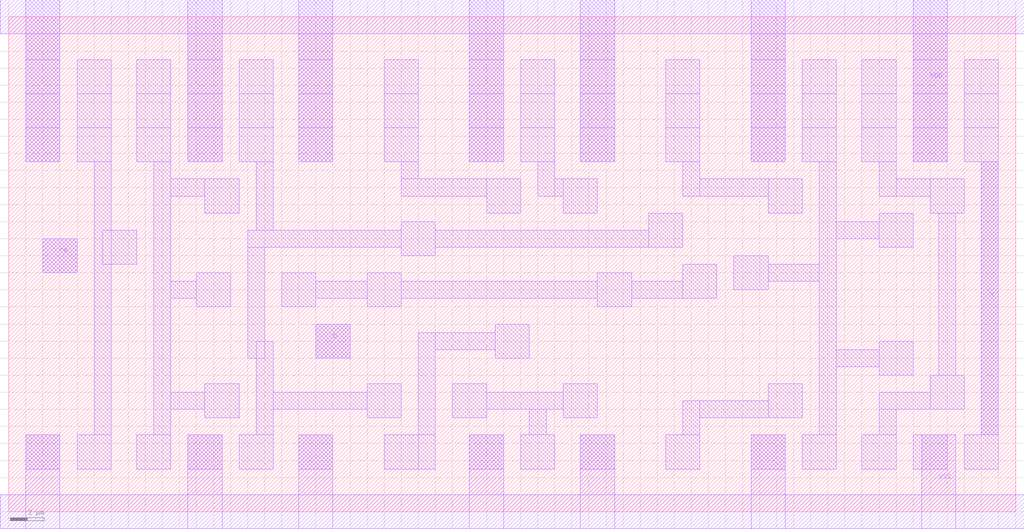
<source format=lef>
# dff1_r
# Created by Glade release version 4.7.35 compiled on May 19 2020 19:14:35
# Run by akita on host LAPTOP-E0CJ65QR at Tue Jun 16 07:57:59 2020

VERSION 5.6 ;
NAMESCASESENSITIVE ON ;
BUSBITCHARS "[]" ;
DIVIDERCHAR "/"  ;
UNITS
    DATABASE MICRONS 1000 ;
END UNITS

MACRO dff1_r
    CLASS core ;
    FOREIGN dff1_r 0.0 0.0 ;
    ORIGIN 0.0 0.0 ;
    SIZE 59.0 BY 29.0 ;
    PIN CK
        DIRECTION INPUT ;
        USE SIGNAL ;
        PORT
        LAYER ML1 ;
        RECT 2.0 14.0 4.0 16.0 ;
        END
    END CK
    PIN Q
        DIRECTION INPUT ;
        USE SIGNAL ;
        PORT
        LAYER ML1 ;
        RECT 57.0 4.5 58.0 20.5 ;
        END
    END Q
    PIN D
        DIRECTION INPUT ;
        USE POWER ;
        PORT
        LAYER ML1 ;
        RECT 18.0 9.0 20.0 11.0 ;
        END
    END D
    PIN VDD
        DIRECTION INOUT ;
        USE POWER ;
        PORT
        LAYER ML1 ;
        RECT -0.5 28.0 59.5 30.0 ;
        RECT 1.0 20.5 3.0 30.0 ;
        RECT 10.5 20.5 12.5 30.0 ;
        RECT 17.0 20.5 19.0 30.0 ;
        RECT 27.0 20.5 29.0 30.0 ;
        RECT 33.5 20.5 35.5 30.0 ;
        RECT 43.5 20.5 45.5 30.0 ;
        RECT 53.0 20.5 55.0 30.0 ;
	END
    END VDD
    PIN VSS
        DIRECTION INOUT ;
        USE GROUND ;
        PORT
        LAYER ML1 ;
        RECT -0.5 -1.0 59.5 1.0 ;
        RECT 1.0 -1.0 3.0 4.5 ;
        RECT 10.5 -1.0 12.5 4.5 ;
        RECT 17.0 -1.0 19.0 4.5 ;
        RECT 27.0 -1.0 29.0 4.5 ;
        RECT 33.5 -1.0 35.5 4.5 ;
        RECT 43.5 -1.0 45.5 4.5 ;
        RECT 53.5 -1.0 55.5 4.5 ;
        END
    END VSS
    OBS
        LAYER ML1 ;
        RECT 23.0 12.5 34.5 13.5 ;
        RECT 39.5 4.5 40.5 6.5 ;
        RECT 28.0 6.0 32.5 7.0 ;
        RECT 25.0 15.5 37.5 16.5 ;
        RECT 14.5 4.5 15.5 10.0 ;
        RECT 14.0 15.5 23.0 16.5 ;
        RECT 9.5 18.5 11.5 19.5 ;
        RECT 23.0 18.5 28.0 19.5 ;        
        RECT 32.0 18.5 32.5 19.5 ;
        RECT 40.5 18.5 44.5 19.5 ;
        RECT 48.5 8.5 51.0 9.5 ;
        RECT 51.0 6.0 54.0 7.0 ;
        RECT 52.0 18.5 54.0 19.5 ;
        RECT 18.0 9.0 20.0 11.0 ;
        RECT 2.0 14.0 4.0 16.0 ;
        RECT 51.0 18.5 52.0 20.5 ;
        RECT 54.5 8.0 55.5 17.5 ;
        RECT 51.0 4.5 52.0 6.0 ;
        RECT 47.5 4.5 48.5 20.5 ;
        RECT 5.0 4.5 6.0 20.5 ;
        RECT 36.5 12.5 39.5 13.5 ;
        RECT 18.0 12.5 21.0 13.5 ;
        RECT 40.5 5.5 44.5 6.5 ;
        RECT 30.5 4.5 31.5 6.0 ;
        RECT 24.0 2.5 25 10.5 ;
        RECT 15.5 6.0 21.0 7.0 ;
        RECT 14.0 9.0 15.0 15.5 ;
        RECT 14.5 16.5 15.5 20.5 ;
        RECT 9.5 12.5 11.0 13.5 ;
        RECT 8.5 4.5 9.5 20.5 ;
        RECT 23.0 19.5 24.0 20.5 ;
        RECT 31.0 18.5 32.0 20.5 ;
        RECT 39.5 18.5 40.5 20.5 ;
        RECT 48.5 16.0 51.0 17.0 ;
        RECT 44.5 13.5 47.5 14.5 ;
        RECT 25.0 9.5 28.5 10.5 ;
        RECT 9.5 6.0 11.5 7.0 ;
        RECT 43.5 20.5 45.5 30.0 ;
        RECT 27.0 20.5 29.0 30.0 ;
        RECT 10.5 20.5 12.5 30.0 ;
        RECT 1.0 20.5 3.0 30.0 ;
        RECT 22.0 2.5 25.0 4.5 ;
        RECT 57.0 4.5 58.0 20.5 ;
        RECT 17.0 20.5 19.0 30.0 ;
        RECT 33.5 20.5 35.5 30.0 ;
        RECT 53.0 20.5 55.0 30.0 ;

        LAYER ML1 ;
      # VIA 5 23.5 dcont
        RECT 4.0 22.5 6 24.5 ;
      # VIA 2 25.5 dcont
        RECT 1.0 24.5 3 26.5 ;
      # VIA 5 25.5 dcont
        RECT 4.0 24.5 6 26.5 ;
      # VIA 2 23.5 dcont
        RECT 1.0 22.5 3 24.5 ;
      # VIA 2 3.5 dcont
        RECT 1.0 2.5 3 4.5 ;
      # VIA 5 3.5 dcont
        RECT 4 2.5 6 4.5 ;
      # VIA 2 21.5 dcont
        RECT 1 20.5 3 22.5 ;
      # VIA 5 21.5 dcont
        RECT 4 20.5 6 22.5 ;
      # VIA 3 15 pcont
        RECT 2 14 4 16 ;
      # VIA 54 3.5 dcont
        RECT 53 2.5 55 4.5 ;
      # VIA 14.5 25.5 dcont
        RECT 13.5 24.5 15.5 26.5 ;
      # VIA 55 7 pcont
        RECT 54 6 56 8 ;
      # VIA 39.5 3.5 dcont
        RECT 38.5 2.5 40.5 4.5 ;
      # VIA 14.5 23.5 dcont
        RECT 13.5 22.5 15.5 24.5 ;
      # VIA 23 25.5 dcont
        RECT 22 24.5 24 26.5 ;
      # VIA 14.5 3.5 dcont
        RECT 13.5 2.5 15.5 4.5 ;
      # VIA 40.5 13.5 pcont
        RECT 39.5 12.5 41.5 14.5 ;
      # VIA 45.5 18.5 pcont
        RECT 44.5 17.5 46.5 19.5 ;
      # VIA 29.5 10 pcont
        RECT 28.5 9 30.5 11 ;
      # VIA 51 21.5 dcont
        RECT 50 20.5 52 22.5 ;
      # VIA 12.5 18.5 pcont
        RECT 11.5 17.5 13.5 19.5 ;
      # VIA 34.5 25.5 dcont
        RECT 33.5 24.5 35.5 26.5 ;
      # VIA 22 13 pcont
        RECT 21 12 23 14 ;
      # VIA 18 23.5 dcont
        RECT 17 22.5 19 24.5 ;
      # VIA 45.5 6.5 pcont
        RECT 44.5 5.5 46.5 7.5 ;
      # VIA 23 23.5 dcont
        RECT 22 22.5 24 24.5 ;
      # VIA 54 25.5 dcont
        RECT 53 24.5 55 26.5 ;
      # VIA 27 6.5 pcont
        RECT 26 5.5 28 7.5 ;
      # VIA 39.5 25.5 dcont
        RECT 38.5 24.5 40.5 26.5 ;
      # VIA 34.5 21.5 dcont
        RECT 33.5 20.5 35.5 22.5 ;
      # VIA 44.5 25.5 dcont
        RECT 43.5 24.5 45.5 26.5 ;
      # VIA 28 23.5 dcont
        RECT 27 22.5 29 24.5 ;
      # VIA 11.5 23.5 dcont
        RECT 10.5 22.5 12.5 24.5 ;
      # VIA 8.5 3.5 dcont
        RECT 7.5 2.5 9.5 4.5 ;
      # VIA 28 21.5 dcont
        RECT 27 20.5 29 22.5 ;
      # VIA 23 3.5 dcont
        RECT 22 2.5 24 4.5 ;
      # VIA 28 3.5 dcont
        RECT 27 2.5 29 4.5 ;
      # VIA 44.5 3.5 dcont
        RECT 43.5 2.5 45.5 4.5 ;
      # VIA 11.5 3.5 dcont
        RECT 10.5 2.5 12.5 4.5 ;
      # VIA 22 6.5 pcont
        RECT 21 5.5 23 7.5 ;
      # VIA 43.5 14 pcont
        RECT 42.5 13 44.5 15 ;
      # VIA 14.5 21.5 dcont
        RECT 13.5 20.5 15.5 22.5 ;
      # VIA 34.5 23.5 dcont
        RECT 33.5 22.5 35.5 24.5 ;
      # VIA 33.5 6.5 pcont
        RECT 32.5 5.5 34.5 7.5 ;
      # VIA 51 23.5 dcont
        RECT 50 22.5 52 24.5 ;
      # VIA 34.5 3.5 dcont
        RECT 33.5 2.5 35.5 4.5 ;
      # VIA 47.5 23.5 dcont
        RECT 46.5 22.5 48.5 24.5 ;
      # VIA 31 21.5 dcont
        RECT 30 20.5 32 22.5 ;
      # VIA 39.5 21.5 dcont
        RECT 38.5 20.5 40.5 22.5 ;
      # VIA 24 16 pcont
        RECT 23 15 25 17 ;
      # VIA 44.5 21.5 dcont
        RECT 43.5 20.5 45.5 22.5 ;
      # VIA 18 3.5 dcont
        RECT 17 2.5 19 4.5 ;
      # VIA 18 25.5 dcont
        RECT 17 24.5 19 26.5 ;
      # VIA 57 25.5 dcont
        RECT 56 24.5 58 26.5 ;
      # VIA 29 18.5 pcont
        RECT 28 17.5 30 19.5 ;
      # VIA 57 21.5 dcont
        RECT 56 20.5 58 22.5 ;
      # VIA 28 25.5 dcont
        RECT 27 24.5 29 26.5 ;
      # VIA 23 21.5 dcont
        RECT 22 20.5 24 22.5 ;
      # VIA 38.5 16.5 pcont
        RECT 37.5 15.5 39.5 17.5 ;
      # VIA 52 9 pcont
        RECT 51 8 53 10 ;
      # VIA 17 13 pcont
        RECT 16 12 18 14 ;
      # VIA 31 3.5 dcont
        RECT 30 2.5 32 4.5 ;
      # VIA 18 21.5 dcont
        RECT 17 20.5 19 22.5 ;
      # VIA 31 25.5 dcont
        RECT 30 24.5 32 26.5 ;
      # VIA 52 16.5 pcont
        RECT 51 15.5 53 17.5 ;
      # VIA 19 10 pcont
        RECT 18 9 20 11 ;
      # VIA 8.5 21.5 dcont
        RECT 7.5 20.5 9.5 22.5 ;
      # VIA 51 3.5 dcont
        RECT 50 2.5 52 4.5 ;
      # VIA 11.5 25.5 dcont
        RECT 10.5 24.5 12.5 26.5 ;
      # VIA 57 3.5 dcont
        RECT 56 2.5 58 4.5 ;
      # VIA 54 23.5 dcont
        RECT 53 22.5 55 24.5 ;
      # VIA 35.5 13 pcont
        RECT 34.5 12 36.5 14 ;
      # VIA 47.5 21.5 dcont
        RECT 46.5 20.5 48.5 22.5 ;
      # VIA 51 25.5 dcont
        RECT 50 24.5 52 26.5 ;
      # VIA 39.5 23.5 dcont
        RECT 38.5 22.5 40.5 24.5 ;
      # VIA 54 21.5 dcont
        RECT 53 20.5 55 22.5 ;
      # VIA 44.5 23.5 dcont
        RECT 43.5 22.5 45.5 24.5 ;
      # VIA 31 23.5 dcont
        RECT 30 22.5 32 24.5 ;
      # VIA 8.5 23.5 dcont
        RECT 7.5 22.5 9.5 24.5 ;
      # VIA 57 23.5 dcont
        RECT 56 22.5 58 24.5 ;
      # VIA 12 13 pcont
        RECT 11 12 13 14 ;
      # VIA 11.5 21.5 dcont
        RECT 10.5 20.5 12.5 22.5 ;
      # VIA 55 18.5 pcont
        RECT 54 17.5 56 19.5 ;
      # VIA 47.5 3.5 dcont
        RECT 46.5 2.5 48.5 4.5 ;
      # VIA 33.5 18.5 pcont
        RECT 32.5 17.5 34.5 19.5 ;
      # VIA 8.5 25.5 dcont
        RECT 7.5 24.5 9.5 26.5 ;
      # VIA 12.5 6.5 pcont
        RECT 11.5 5.5 13.5 7.5 ;
      # VIA 47.5 25.5 dcont
        RECT 46.5 24.5 48.5 26.5 ;
      # VIA 6.5 15.5 pcont
        RECT 5.5 14.5 7.5 16.5 ;
	END
END dff1_r

END LIBRARY

</source>
